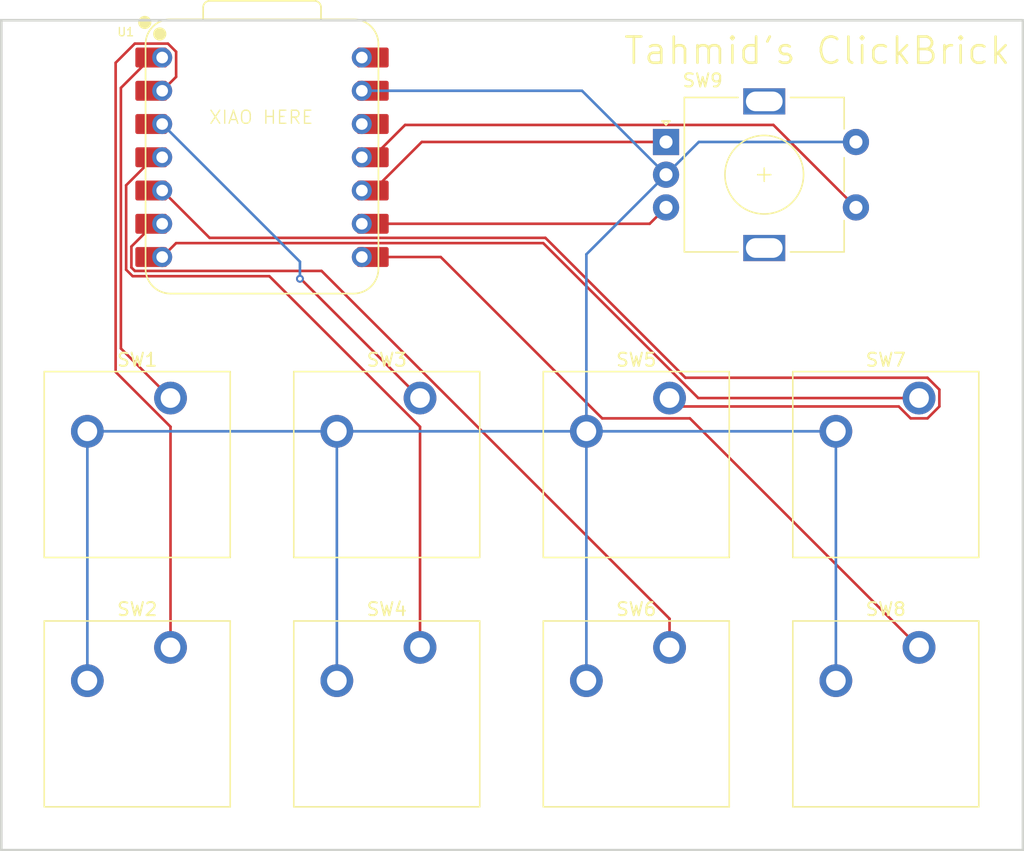
<source format=kicad_pcb>
(kicad_pcb (version 20241229) (generator "pcbnew") (generator_version "9.0")
  (layers (0 "F.Cu" signal) (2 "B.Cu" signal) (13 "F.Paste" user) (15 "B.Paste" user) (5 "F.SilkS" user "F.Silkscreen") (7 "B.SilkS" user "B.Silkscreen") (1 "F.Mask" user) (3 "B.Mask" user) (25 "Edge.Cuts" user))
  (net 0 "")
  (net 1 "Switch 1")
  (net 2 "Switch 2")
  (net 3 "Switch 3")
  (net 4 "Switch 4")
  (net 5 "Switch 5")
  (net 6 "Switch 6")
  (net 7 "Switch 7")
  (net 8 "Switch 8")
  (net 9 "Rotary S1")
  (net 10 "Rotary B")
  (net 11 "Rotary A")
  (net 12 "GND")
  (net 14 "+5V")
  (footprint "Rotary_Encoder:RotaryEncoder_Alps_EC11E-Switch_Vertical_H20mm" (layer "F.Cu") (at 149.75 61.4)
    (property "Reference" "SW9" (at 2.8 -4.7 0) (layer "F.SilkS"))
    (property "Value" "RotaryEncoder_Switch")
    (fp_line (start -0.3 -1.6) (end 0.3 -1.6) (stroke (width 0.12)) (layer "F.SilkS"))
    (fp_line (start 0 -1.3) (end -0.3 -1.6) (stroke (width 0.12)) (layer "F.SilkS"))
    (fp_line (start 0.3 -1.6) (end 0 -1.3) (stroke (width 0.12)) (layer "F.SilkS"))
    (fp_line (start 1.4 -3.4) (end 1.4 8.4) (stroke (width 0.12)) (layer "F.SilkS"))
    (fp_line (start 5.5 -3.4) (end 1.4 -3.4) (stroke (width 0.12)) (layer "F.SilkS"))
    (fp_line (start 5.5 8.4) (end 1.4 8.4) (stroke (width 0.12)) (layer "F.SilkS"))
    (fp_line (start 7 2.5) (end 8 2.5) (stroke (width 0.12)) (layer "F.SilkS"))
    (fp_line (start 7.5 2) (end 7.5 3) (stroke (width 0.12)) (layer "F.SilkS"))
    (fp_line (start 9.5 -3.4) (end 13.6 -3.4) (stroke (width 0.12)) (layer "F.SilkS"))
    (fp_line (start 13.6 -3.4) (end 13.6 -1) (stroke (width 0.12)) (layer "F.SilkS"))
    (fp_line (start 13.6 1.2) (end 13.6 3.8) (stroke (width 0.12)) (layer "F.SilkS"))
    (fp_line (start 13.6 6) (end 13.6 8.4) (stroke (width 0.12)) (layer "F.SilkS"))
    (fp_line (start 13.6 8.4) (end 9.5 8.4) (stroke (width 0.12)) (layer "F.SilkS"))
    (fp_circle (center 7.5 2.5) (end 10.5 2.5) (stroke (width 0.12)) (fill no) (layer "F.SilkS"))
    (pad "A" thru_hole rect (at 0 0) (size 2 2) (drill 1) (layers "*.Cu" "*.Mask") (net 11 "Rotary A"))
    (pad "B" thru_hole circle (at 0 5) (size 2 2) (drill 1) (layers "*.Cu" "*.Mask") (net 10 "Rotary B"))
    (pad "C" thru_hole circle (at 0 2.5) (size 2 2) (drill 1) (layers "*.Cu" "*.Mask") (net 12 "GND"))
    (pad "MP" thru_hole rect (at 7.5 -3.1) (size 3.2 2) (drill oval 2.8 1.5) (layers "*.Cu" "*.Mask"))
    (pad "MP" thru_hole rect (at 7.5 8.1) (size 3.2 2) (drill oval 2.8 1.5) (layers "*.Cu" "*.Mask"))
    (pad "S1" thru_hole circle (at 14.5 5) (size 2 2) (drill 1) (layers "*.Cu" "*.Mask") (net 9 "Rotary S1"))
    (pad "S2" thru_hole circle (at 14.5 0) (size 2 2) (drill 1) (layers "*.Cu" "*.Mask") (net 12 "GND"))
  )
  (footprint "ScottoKeebs_MX:MX_PCB_1.00u" (layer "F.Cu") (at 128.42875 105.0925)
    (property "Reference" "SW4" (at 0 -8 0) (layer "F.SilkS"))
    (property "Value" "SW_Push")
    (fp_line (start -7.1 -7.1) (end -7.1 7.1) (stroke (width 0.12)) (layer "F.SilkS"))
    (fp_line (start -7.1 7.1) (end 7.1 7.1) (stroke (width 0.12)) (layer "F.SilkS"))
    (fp_line (start 7.1 -7.1) (end -7.1 -7.1) (stroke (width 0.12)) (layer "F.SilkS"))
    (fp_line (start 7.1 7.1) (end 7.1 -7.1) (stroke (width 0.12)) (layer "F.SilkS"))
    (pad "" np_thru_hole circle (at -5.08 0) (size 1.75 1.75) (drill 1.75) (layers "*.Cu" "*.Mask"))
    (pad "" np_thru_hole circle (at 0 0) (size 4 4) (drill 4) (layers "*.Cu" "*.Mask"))
    (pad "" np_thru_hole circle (at 5.08 0) (size 1.75 1.75) (drill 1.75) (layers "*.Cu" "*.Mask"))
    (pad "1" thru_hole circle (at -3.81 -2.54) (size 2.5 2.5) (drill 1.5) (layers "*.Cu" "*.Mask") (net 12 "GND"))
    (pad "2" thru_hole circle (at 2.54 -5.08) (size 2.5 2.5) (drill 1.5) (layers "*.Cu" "*.Mask") (net 4 "Switch 4"))
  )
  (footprint "OPL Kicad Library:XIAO-RP2040-DIP" (layer "F.Cu") (at 118.90375 62.5685)
    (property "Reference" "U1" (at -10.40375 -9.5685 0) (layer "F.SilkS") (effects (font (size 0.635 0.635) (thickness 0.1016))))
    (property "Value" "XIAO-RP2040-DIP")
    (fp_line (start -8.89 8.509) (end -8.89 -8.636) (stroke (width 0.127)) (layer "F.SilkS"))
    (fp_line (start -6.985 10.414) (end 6.985 10.414) (stroke (width 0.127)) (layer "F.SilkS"))
    (fp_line (start -4.495 -10.541) (end -4.491272 -11.451272) (stroke (width 0.127)) (layer "F.SilkS"))
    (fp_line (start -3.991272 -11.951) (end 4.004 -11.951) (stroke (width 0.127)) (layer "F.SilkS"))
    (fp_line (start 4.504 -11.451) (end 4.504 -10.541) (stroke (width 0.127)) (layer "F.SilkS"))
    (fp_line (start 6.985 -10.541) (end -6.985 -10.541) (stroke (width 0.1)) (layer "F.SilkS"))
    (fp_line (start 6.985 -10.541) (end -6.985 -10.541) (stroke (width 0.127)) (layer "F.SilkS"))
    (fp_line (start 8.89 8.509) (end 8.89 -8.636) (stroke (width 0.127)) (layer "F.SilkS"))
    (fp_arc (start -8.89 -8.636) (mid -8.332038 -9.983038) (end -6.985 -10.541) (stroke (width 0.127)) (layer "F.SilkS"))
    (fp_arc (start -6.985 10.414) (mid -8.332038 9.856038) (end -8.89 8.509) (stroke (width 0.127)) (layer "F.SilkS"))
    (fp_arc (start -4.491272 -11.451272) (mid -4.344728 -11.80464) (end -3.991272 -11.951) (stroke (width 0.127)) (layer "F.SilkS"))
    (fp_arc (start 4.004 -11.951) (mid 4.357553 -11.804553) (end 4.504 -11.451) (stroke (width 0.127)) (layer "F.SilkS"))
    (fp_arc (start 6.985 -10.541) (mid 8.332038 -9.983038) (end 8.89 -8.636) (stroke (width 0.127)) (layer "F.SilkS"))
    (fp_arc (start 8.89 8.509) (mid 8.332038 9.856038) (end 6.985 10.414) (stroke (width 0.127)) (layer "F.SilkS"))
    (fp_circle (center -8.95 -10.3) (end -8.95 -10.554) (stroke (width 0.5)) (fill yes) (layer "F.SilkS"))
    (fp_circle (center -7.807 -9.42) (end -7.807 -9.674) (stroke (width 0.5)) (fill yes) (layer "F.SilkS"))
    (pad "1" smd roundrect (at -8.455 -7.62 180) (size 2.432 1.524) (layers "F.Cu" "F.Mask") (roundrect_rratio 0.1) (net 1 "Switch 1"))
    (pad "1" thru_hole circle (at -7.62 -7.62 180) (size 1.524 1.524) (drill 0.889) (layers "*.Cu" "*.Mask") (net 1 "Switch 1"))
    (pad "2" smd roundrect (at -8.455 -5.08 180) (size 2.432 1.524) (layers "F.Cu" "F.Mask") (roundrect_rratio 0.1) (net 2 "Switch 2"))
    (pad "2" thru_hole circle (at -7.62 -5.08 180) (size 1.524 1.524) (drill 0.889) (layers "*.Cu" "*.Mask") (net 2 "Switch 2"))
    (pad "3" smd roundrect (at -8.455 -2.54 180) (size 2.432 1.524) (layers "F.Cu" "F.Mask") (roundrect_rratio 0.1) (net 3 "Switch 3"))
    (pad "3" thru_hole circle (at -7.62 -2.54 180) (size 1.524 1.524) (drill 0.889) (layers "*.Cu" "*.Mask") (net 3 "Switch 3"))
    (pad "4" smd roundrect (at -8.455 0 180) (size 2.432 1.524) (layers "F.Cu" "F.Mask") (roundrect_rratio 0.1) (net 4 "Switch 4"))
    (pad "4" thru_hole circle (at -7.62 0 180) (size 1.524 1.524) (drill 0.889) (layers "*.Cu" "*.Mask") (net 4 "Switch 4"))
    (pad "5" smd roundrect (at -8.455 2.54 180) (size 2.432 1.524) (layers "F.Cu" "F.Mask") (roundrect_rratio 0.1) (net 5 "Switch 5"))
    (pad "5" thru_hole circle (at -7.62 2.54 180) (size 1.524 1.524) (drill 0.889) (layers "*.Cu" "*.Mask") (net 5 "Switch 5"))
    (pad "6" smd roundrect (at -8.455 5.08 180) (size 2.432 1.524) (layers "F.Cu" "F.Mask") (roundrect_rratio 0.1) (net 6 "Switch 6"))
    (pad "6" thru_hole circle (at -7.62 5.08 180) (size 1.524 1.524) (drill 0.889) (layers "*.Cu" "*.Mask") (net 6 "Switch 6"))
    (pad "7" smd roundrect (at -8.455 7.62 180) (size 2.432 1.524) (layers "F.Cu" "F.Mask") (roundrect_rratio 0.1) (net 7 "Switch 7"))
    (pad "7" thru_hole circle (at -7.62 7.62 180) (size 1.524 1.524) (drill 0.889) (layers "*.Cu" "*.Mask") (net 7 "Switch 7"))
    (pad "8" thru_hole circle (at 7.62 7.62) (size 1.524 1.524) (drill 0.889) (layers "*.Cu" "*.Mask") (net 8 "Switch 8"))
    (pad "8" smd roundrect (at 8.455 7.62) (size 2.432 1.524) (layers "F.Cu" "F.Mask") (roundrect_rratio 0.1) (net 8 "Switch 8"))
    (pad "9" thru_hole circle (at 7.62 5.08) (size 1.524 1.524) (drill 0.889) (layers "*.Cu" "*.Mask") (net 10 "Rotary B"))
    (pad "9" smd roundrect (at 8.455 5.08) (size 2.432 1.524) (layers "F.Cu" "F.Mask") (roundrect_rratio 0.1) (net 10 "Rotary B"))
    (pad "10" thru_hole circle (at 7.62 2.54) (size 1.524 1.524) (drill 0.889) (layers "*.Cu" "*.Mask") (net 11 "Rotary A"))
    (pad "10" smd roundrect (at 8.455 2.54) (size 2.432 1.524) (layers "F.Cu" "F.Mask") (roundrect_rratio 0.1) (net 11 "Rotary A"))
    (pad "11" thru_hole circle (at 7.62 0) (size 1.524 1.524) (drill 0.889) (layers "*.Cu" "*.Mask") (net 9 "Rotary S1"))
    (pad "11" smd roundrect (at 8.455 0) (size 2.432 1.524) (layers "F.Cu" "F.Mask") (roundrect_rratio 0.1) (net 9 "Rotary S1"))
    (pad "12" thru_hole circle (at 7.62 -2.54) (size 1.524 1.524) (drill 0.889) (layers "*.Cu" "*.Mask"))
    (pad "12" smd roundrect (at 8.455 -2.54) (size 2.432 1.524) (layers "F.Cu" "F.Mask") (roundrect_rratio 0.1))
    (pad "13" thru_hole circle (at 7.62 -5.08) (size 1.524 1.524) (drill 0.889) (layers "*.Cu" "*.Mask") (net 12 "GND"))
    (pad "13" smd roundrect (at 8.455 -5.08) (size 2.432 1.524) (layers "F.Cu" "F.Mask") (roundrect_rratio 0.1) (net 12 "GND"))
    (pad "14" thru_hole circle (at 7.62 -7.62) (size 1.524 1.524) (drill 0.889) (layers "*.Cu" "*.Mask") (net 14 "+5V"))
    (pad "14" smd roundrect (at 8.455 -7.62) (size 2.432 1.524) (layers "F.Cu" "F.Mask") (roundrect_rratio 0.1) (net 14 "+5V"))
  )
  (footprint "ScottoKeebs_MX:MX_PCB_1.00u" (layer "F.Cu") (at 109.37875 86.0425)
    (property "Reference" "SW1" (at 0 -8 0) (layer "F.SilkS"))
    (property "Value" "SW_Push")
    (fp_line (start -7.1 -7.1) (end -7.1 7.1) (stroke (width 0.12)) (layer "F.SilkS"))
    (fp_line (start -7.1 7.1) (end 7.1 7.1) (stroke (width 0.12)) (layer "F.SilkS"))
    (fp_line (start 7.1 -7.1) (end -7.1 -7.1) (stroke (width 0.12)) (layer "F.SilkS"))
    (fp_line (start 7.1 7.1) (end 7.1 -7.1) (stroke (width 0.12)) (layer "F.SilkS"))
    (pad "" np_thru_hole circle (at -5.08 0) (size 1.75 1.75) (drill 1.75) (layers "*.Cu" "*.Mask"))
    (pad "" np_thru_hole circle (at 0 0) (size 4 4) (drill 4) (layers "*.Cu" "*.Mask"))
    (pad "" np_thru_hole circle (at 5.08 0) (size 1.75 1.75) (drill 1.75) (layers "*.Cu" "*.Mask"))
    (pad "1" thru_hole circle (at -3.81 -2.54) (size 2.5 2.5) (drill 1.5) (layers "*.Cu" "*.Mask") (net 12 "GND"))
    (pad "2" thru_hole circle (at 2.54 -5.08) (size 2.5 2.5) (drill 1.5) (layers "*.Cu" "*.Mask") (net 1 "Switch 1"))
  )
  (footprint "ScottoKeebs_MX:MX_PCB_1.00u" (layer "F.Cu") (at 166.52875 86.0425)
    (property "Reference" "SW7" (at 0 -8 0) (layer "F.SilkS"))
    (property "Value" "SW_Push")
    (fp_line (start -7.1 -7.1) (end -7.1 7.1) (stroke (width 0.12)) (layer "F.SilkS"))
    (fp_line (start -7.1 7.1) (end 7.1 7.1) (stroke (width 0.12)) (layer "F.SilkS"))
    (fp_line (start 7.1 -7.1) (end -7.1 -7.1) (stroke (width 0.12)) (layer "F.SilkS"))
    (fp_line (start 7.1 7.1) (end 7.1 -7.1) (stroke (width 0.12)) (layer "F.SilkS"))
    (pad "" np_thru_hole circle (at -5.08 0) (size 1.75 1.75) (drill 1.75) (layers "*.Cu" "*.Mask"))
    (pad "" np_thru_hole circle (at 0 0) (size 4 4) (drill 4) (layers "*.Cu" "*.Mask"))
    (pad "" np_thru_hole circle (at 5.08 0) (size 1.75 1.75) (drill 1.75) (layers "*.Cu" "*.Mask"))
    (pad "1" thru_hole circle (at -3.81 -2.54) (size 2.5 2.5) (drill 1.5) (layers "*.Cu" "*.Mask") (net 12 "GND"))
    (pad "2" thru_hole circle (at 2.54 -5.08) (size 2.5 2.5) (drill 1.5) (layers "*.Cu" "*.Mask") (net 7 "Switch 7"))
  )
  (footprint "ScottoKeebs_MX:MX_PCB_1.00u" (layer "F.Cu") (at 147.47875 86.0425)
    (property "Reference" "SW5" (at 0 -8 0) (layer "F.SilkS"))
    (property "Value" "SW_Push")
    (fp_line (start -7.1 -7.1) (end -7.1 7.1) (stroke (width 0.12)) (layer "F.SilkS"))
    (fp_line (start -7.1 7.1) (end 7.1 7.1) (stroke (width 0.12)) (layer "F.SilkS"))
    (fp_line (start 7.1 -7.1) (end -7.1 -7.1) (stroke (width 0.12)) (layer "F.SilkS"))
    (fp_line (start 7.1 7.1) (end 7.1 -7.1) (stroke (width 0.12)) (layer "F.SilkS"))
    (pad "" np_thru_hole circle (at -5.08 0) (size 1.75 1.75) (drill 1.75) (layers "*.Cu" "*.Mask"))
    (pad "" np_thru_hole circle (at 0 0) (size 4 4) (drill 4) (layers "*.Cu" "*.Mask"))
    (pad "" np_thru_hole circle (at 5.08 0) (size 1.75 1.75) (drill 1.75) (layers "*.Cu" "*.Mask"))
    (pad "1" thru_hole circle (at -3.81 -2.54) (size 2.5 2.5) (drill 1.5) (layers "*.Cu" "*.Mask") (net 12 "GND"))
    (pad "2" thru_hole circle (at 2.54 -5.08) (size 2.5 2.5) (drill 1.5) (layers "*.Cu" "*.Mask") (net 5 "Switch 5"))
  )
  (footprint "ScottoKeebs_MX:MX_PCB_1.00u" (layer "F.Cu") (at 128.42875 86.0425)
    (property "Reference" "SW3" (at 0 -8 0) (layer "F.SilkS"))
    (property "Value" "SW_Push")
    (fp_line (start -7.1 -7.1) (end -7.1 7.1) (stroke (width 0.12)) (layer "F.SilkS"))
    (fp_line (start -7.1 7.1) (end 7.1 7.1) (stroke (width 0.12)) (layer "F.SilkS"))
    (fp_line (start 7.1 -7.1) (end -7.1 -7.1) (stroke (width 0.12)) (layer "F.SilkS"))
    (fp_line (start 7.1 7.1) (end 7.1 -7.1) (stroke (width 0.12)) (layer "F.SilkS"))
    (pad "" np_thru_hole circle (at -5.08 0) (size 1.75 1.75) (drill 1.75) (layers "*.Cu" "*.Mask"))
    (pad "" np_thru_hole circle (at 0 0) (size 4 4) (drill 4) (layers "*.Cu" "*.Mask"))
    (pad "" np_thru_hole circle (at 5.08 0) (size 1.75 1.75) (drill 1.75) (layers "*.Cu" "*.Mask"))
    (pad "1" thru_hole circle (at -3.81 -2.54) (size 2.5 2.5) (drill 1.5) (layers "*.Cu" "*.Mask") (net 12 "GND"))
    (pad "2" thru_hole circle (at 2.54 -5.08) (size 2.5 2.5) (drill 1.5) (layers "*.Cu" "*.Mask") (net 3 "Switch 3"))
  )
  (footprint "ScottoKeebs_MX:MX_PCB_1.00u" (layer "F.Cu") (at 147.47875 105.0925)
    (property "Reference" "SW6" (at 0 -8 0) (layer "F.SilkS"))
    (property "Value" "SW_Push")
    (fp_line (start -7.1 -7.1) (end -7.1 7.1) (stroke (width 0.12)) (layer "F.SilkS"))
    (fp_line (start -7.1 7.1) (end 7.1 7.1) (stroke (width 0.12)) (layer "F.SilkS"))
    (fp_line (start 7.1 -7.1) (end -7.1 -7.1) (stroke (width 0.12)) (layer "F.SilkS"))
    (fp_line (start 7.1 7.1) (end 7.1 -7.1) (stroke (width 0.12)) (layer "F.SilkS"))
    (pad "" np_thru_hole circle (at -5.08 0) (size 1.75 1.75) (drill 1.75) (layers "*.Cu" "*.Mask"))
    (pad "" np_thru_hole circle (at 0 0) (size 4 4) (drill 4) (layers "*.Cu" "*.Mask"))
    (pad "" np_thru_hole circle (at 5.08 0) (size 1.75 1.75) (drill 1.75) (layers "*.Cu" "*.Mask"))
    (pad "1" thru_hole circle (at -3.81 -2.54) (size 2.5 2.5) (drill 1.5) (layers "*.Cu" "*.Mask") (net 12 "GND"))
    (pad "2" thru_hole circle (at 2.54 -5.08) (size 2.5 2.5) (drill 1.5) (layers "*.Cu" "*.Mask") (net 6 "Switch 6"))
  )
  (footprint "ScottoKeebs_MX:MX_PCB_1.00u" (layer "F.Cu") (at 166.52875 105.0925)
    (property "Reference" "SW8" (at 0 -8 0) (layer "F.SilkS"))
    (property "Value" "SW_Push")
    (fp_line (start -7.1 -7.1) (end -7.1 7.1) (stroke (width 0.12)) (layer "F.SilkS"))
    (fp_line (start -7.1 7.1) (end 7.1 7.1) (stroke (width 0.12)) (layer "F.SilkS"))
    (fp_line (start 7.1 -7.1) (end -7.1 -7.1) (stroke (width 0.12)) (layer "F.SilkS"))
    (fp_line (start 7.1 7.1) (end 7.1 -7.1) (stroke (width 0.12)) (layer "F.SilkS"))
    (pad "" np_thru_hole circle (at -5.08 0) (size 1.75 1.75) (drill 1.75) (layers "*.Cu" "*.Mask"))
    (pad "" np_thru_hole circle (at 0 0) (size 4 4) (drill 4) (layers "*.Cu" "*.Mask"))
    (pad "" np_thru_hole circle (at 5.08 0) (size 1.75 1.75) (drill 1.75) (layers "*.Cu" "*.Mask"))
    (pad "1" thru_hole circle (at -3.81 -2.54) (size 2.5 2.5) (drill 1.5) (layers "*.Cu" "*.Mask") (net 12 "GND"))
    (pad "2" thru_hole circle (at 2.54 -5.08) (size 2.5 2.5) (drill 1.5) (layers "*.Cu" "*.Mask") (net 8 "Switch 8"))
  )
  (footprint "ScottoKeebs_MX:MX_PCB_1.00u" (layer "F.Cu") (at 109.37875 105.0925)
    (property "Reference" "SW2" (at 0 -8 0) (layer "F.SilkS"))
    (property "Value" "SW_Push")
    (fp_line (start -7.1 -7.1) (end -7.1 7.1) (stroke (width 0.12)) (layer "F.SilkS"))
    (fp_line (start -7.1 7.1) (end 7.1 7.1) (stroke (width 0.12)) (layer "F.SilkS"))
    (fp_line (start 7.1 -7.1) (end -7.1 -7.1) (stroke (width 0.12)) (layer "F.SilkS"))
    (fp_line (start 7.1 7.1) (end 7.1 -7.1) (stroke (width 0.12)) (layer "F.SilkS"))
    (pad "" np_thru_hole circle (at -5.08 0) (size 1.75 1.75) (drill 1.75) (layers "*.Cu" "*.Mask"))
    (pad "" np_thru_hole circle (at 0 0) (size 4 4) (drill 4) (layers "*.Cu" "*.Mask"))
    (pad "" np_thru_hole circle (at 5.08 0) (size 1.75 1.75) (drill 1.75) (layers "*.Cu" "*.Mask"))
    (pad "1" thru_hole circle (at -3.81 -2.54) (size 2.5 2.5) (drill 1.5) (layers "*.Cu" "*.Mask") (net 12 "GND"))
    (pad "2" thru_hole circle (at 2.54 -5.08) (size 2.5 2.5) (drill 1.5) (layers "*.Cu" "*.Mask") (net 2 "Switch 2"))
  )
  (gr_rect (start 99 52.1) (end 177 115.5) (stroke (width 0.2)) (fill no) (layer "Edge.Cuts"))
  (gr_text "Tahmid's ClickBrick" (at 146.4 55.6 0) (layer "F.SilkS") (effects (font (size 2 2) (thickness 0.2)) (justify left bottom)))
  (gr_text "XIAO HERE" (at 114.8 60.1 0) (layer "F.SilkS") (effects (font (size 1 1) (thickness 0.1)) (justify left bottom)))
  (segment (start 108.12975 57.2675) (end 110.44875 54.9485) (width 0.2) (layer "F.Cu") (net 1))
  (segment (start 110.44875 54.9485) (end 111.28375 54.9485) (width 0.2) (layer "F.Cu") (net 1))
  (segment (start 111.91875 80.9625) (end 108.12975 77.1735) (width 0.2) (layer "F.Cu") (net 1))
  (segment (start 108.12975 77.1735) (end 108.12975 57.2675) (width 0.2) (layer "F.Cu") (net 1))
  (segment (start 107.72875 78.965946) (end 107.72875 55.349874) (width 0.2) (layer "F.Cu") (net 2))
  (segment (start 109.193124 53.8855) (end 111.72406 53.8855) (width 0.2) (layer "F.Cu") (net 2))
  (segment (start 107.72875 55.349874) (end 109.193124 53.8855) (width 0.2) (layer "F.Cu") (net 2))
  (segment (start 111.91875 100.0125) (end 111.91875 83.155946) (width 0.2) (layer "F.Cu") (net 2))
  (segment (start 112.34675 54.50819) (end 112.34675 56.4255) (width 0.2) (layer "F.Cu") (net 2))
  (segment (start 111.91875 83.155946) (end 107.72875 78.965946) (width 0.2) (layer "F.Cu") (net 2))
  (segment (start 112.34675 56.4255) (end 111.28375 57.4885) (width 0.2) (layer "F.Cu") (net 2))
  (segment (start 111.72406 53.8855) (end 112.34675 54.50819) (width 0.2) (layer "F.Cu") (net 2))
  (segment (start 121.85775 71.8515) (end 121.8 71.8515) (width 0.2) (layer "F.Cu") (net 3))
  (segment (start 130.96875 80.9625) (end 121.85775 71.8515) (width 0.2) (layer "F.Cu") (net 3))
  (via (at 121.8 71.8515) (size 0.6) (drill 0.3) (layers "F.Cu" "B.Cu") (net 3))
  (segment (start 121.8 70.54475) (end 111.28375 60.0285) (width 0.2) (layer "B.Cu") (net 3))
  (segment (start 121.8 71.8515) (end 121.8 70.54475) (width 0.2) (layer "B.Cu") (net 3))
  (segment (start 108.53075 64.707874) (end 110.670124 62.5685) (width 0.2) (layer "F.Cu") (net 4))
  (segment (start 108.53075 71.156226) (end 108.53075 64.707874) (width 0.2) (layer "F.Cu") (net 4))
  (segment (start 109.027024 71.6525) (end 108.53075 71.156226) (width 0.2) (layer "F.Cu") (net 4))
  (segment (start 130.96875 83.155946) (end 119.465304 71.6525) (width 0.2) (layer "F.Cu") (net 4))
  (segment (start 130.96875 100.0125) (end 130.96875 83.155946) (width 0.2) (layer "F.Cu") (net 4))
  (segment (start 110.670124 62.5685) (end 111.28375 62.5685) (width 0.2) (layer "F.Cu") (net 4))
  (segment (start 119.465304 71.6525) (end 109.027024 71.6525) (width 0.2) (layer "F.Cu") (net 4))
  (segment (start 114.89975 68.7245) (end 111.28375 65.1085) (width 0.2) (layer "F.Cu") (net 5))
  (segment (start 151.228296 79.4115) (end 140.541296 68.7245) (width 0.2) (layer "F.Cu") (net 5))
  (segment (start 150.01875 80.9625) (end 150.661196 81.604946) (width 0.2) (layer "F.Cu") (net 5))
  (segment (start 169.711196 82.5135) (end 170.61975 81.604946) (width 0.2) (layer "F.Cu") (net 5))
  (segment (start 170.61975 81.604946) (end 170.61975 80.320054) (width 0.2) (layer "F.Cu") (net 5))
  (segment (start 140.541296 68.7245) (end 114.89975 68.7245) (width 0.2) (layer "F.Cu") (net 5))
  (segment (start 167.51775 81.604946) (end 168.426304 82.5135) (width 0.2) (layer "F.Cu") (net 5))
  (segment (start 150.661196 81.604946) (end 167.51775 81.604946) (width 0.2) (layer "F.Cu") (net 5))
  (segment (start 169.711196 79.4115) (end 151.228296 79.4115) (width 0.2) (layer "F.Cu") (net 5))
  (segment (start 170.61975 80.320054) (end 169.711196 79.4115) (width 0.2) (layer "F.Cu") (net 5))
  (segment (start 168.426304 82.5135) (end 169.711196 82.5135) (width 0.2) (layer "F.Cu") (net 5))
  (segment (start 123.451196 71.2515) (end 109.193124 71.2515) (width 0.2) (layer "F.Cu") (net 6))
  (segment (start 110.670124 67.6485) (end 111.28375 67.6485) (width 0.2) (layer "F.Cu") (net 6))
  (segment (start 150.01875 97.819054) (end 123.451196 71.2515) (width 0.2) (layer "F.Cu") (net 6))
  (segment (start 108.93175 70.990126) (end 108.93175 69.386874) (width 0.2) (layer "F.Cu") (net 6))
  (segment (start 150.01875 100.0125) (end 150.01875 97.819054) (width 0.2) (layer "F.Cu") (net 6))
  (segment (start 109.193124 71.2515) (end 108.93175 70.990126) (width 0.2) (layer "F.Cu") (net 6))
  (segment (start 108.93175 69.386874) (end 110.670124 67.6485) (width 0.2) (layer "F.Cu") (net 6))
  (segment (start 152.212196 80.9625) (end 140.375196 69.1255) (width 0.2) (layer "F.Cu") (net 7))
  (segment (start 112.34675 69.1255) (end 111.28375 70.1885) (width 0.2) (layer "F.Cu") (net 7))
  (segment (start 169.06875 80.9625) (end 152.212196 80.9625) (width 0.2) (layer "F.Cu") (net 7))
  (segment (start 140.375196 69.1255) (end 112.34675 69.1255) (width 0.2) (layer "F.Cu") (net 7))
  (segment (start 169.06875 100.0125) (end 151.56975 82.5135) (width 0.2) (layer "F.Cu") (net 8))
  (segment (start 132.548196 70.1885) (end 126.52375 70.1885) (width 0.2) (layer "F.Cu") (net 8))
  (segment (start 144.873196 82.5135) (end 132.548196 70.1885) (width 0.2) (layer "F.Cu") (net 8))
  (segment (start 151.56975 82.5135) (end 144.873196 82.5135) (width 0.2) (layer "F.Cu") (net 8))
  (segment (start 127.35875 62.5685) (end 126.52375 62.5685) (width 0.2) (layer "F.Cu") (net 9))
  (segment (start 129.82825 60.099) (end 127.35875 62.5685) (width 0.2) (layer "F.Cu") (net 9))
  (segment (start 157.949 60.099) (end 129.82825 60.099) (width 0.2) (layer "F.Cu") (net 9))
  (segment (start 164.25 66.4) (end 157.949 60.099) (width 0.2) (layer "F.Cu") (net 9))
  (segment (start 149.75 66.4) (end 148.5015 67.6485) (width 0.2) (layer "F.Cu") (net 10))
  (segment (start 148.5015 67.6485) (end 126.52375 67.6485) (width 0.2) (layer "F.Cu") (net 10))
  (segment (start 127.35875 65.1085) (end 126.52375 65.1085) (width 0.2) (layer "F.Cu") (net 11))
  (segment (start 131.1 61.4) (end 127.3915 65.1085) (width 0.2) (layer "F.Cu") (net 11))
  (segment (start 127.3915 65.1085) (end 126.52375 65.1085) (width 0.2) (layer "F.Cu") (net 11))
  (segment (start 149.75 61.4) (end 131.1 61.4) (width 0.2) (layer "F.Cu") (net 11))
  (segment (start 162.71875 83.5025) (end 162.71875 102.5525) (width 0.2) (layer "B.Cu") (net 12))
  (segment (start 149.75 63.9) (end 143.3385 57.4885) (width 0.2) (layer "B.Cu") (net 12))
  (segment (start 143.3385 57.4885) (end 126.52375 57.4885) (width 0.2) (layer "B.Cu") (net 12))
  (segment (start 124.61875 83.5025) (end 124.61875 102.5525) (width 0.2) (layer "B.Cu") (net 12))
  (segment (start 105.56875 83.5025) (end 105.56875 102.5525) (width 0.2) (layer "B.Cu") (net 12))
  (segment (start 143.66875 83.5025) (end 143.66875 102.5525) (width 0.2) (layer "B.Cu") (net 12))
  (segment (start 143.66875 69.98125) (end 143.66875 83.5025) (width 0.2) (layer "B.Cu") (net 12))
  (segment (start 149.75 63.9) (end 143.66875 69.98125) (width 0.2) (layer "B.Cu") (net 12))
  (segment (start 105.56875 83.5025) (end 162.71875 83.5025) (width 0.2) (layer "B.Cu") (net 12))
  (segment (start 152.25 61.4) (end 164.25 61.4) (width 0.2) (layer "B.Cu") (net 12))
  (segment (start 149.75 63.9) (end 152.25 61.4) (width 0.2) (layer "B.Cu") (net 12))
)
</source>
